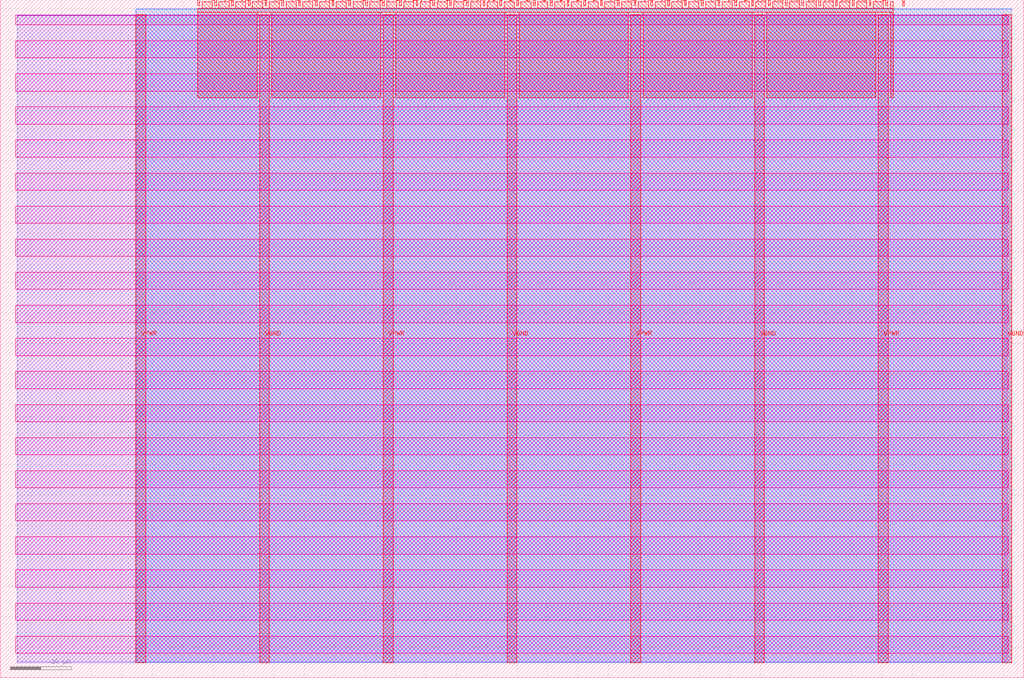
<source format=lef>
VERSION 5.7 ;
  NOWIREEXTENSIONATPIN ON ;
  DIVIDERCHAR "/" ;
  BUSBITCHARS "[]" ;
MACRO tt_um_minipit_stevej
  CLASS BLOCK ;
  FOREIGN tt_um_minipit_stevej ;
  ORIGIN 0.000 0.000 ;
  SIZE 168.360 BY 111.520 ;
  PIN VGND
    DIRECTION INOUT ;
    USE GROUND ;
    PORT
      LAYER met4 ;
        RECT 42.670 2.480 44.270 109.040 ;
    END
    PORT
      LAYER met4 ;
        RECT 83.380 2.480 84.980 109.040 ;
    END
    PORT
      LAYER met4 ;
        RECT 124.090 2.480 125.690 109.040 ;
    END
    PORT
      LAYER met4 ;
        RECT 164.800 2.480 166.400 109.040 ;
    END
  END VGND
  PIN VPWR
    DIRECTION INOUT ;
    USE POWER ;
    PORT
      LAYER met4 ;
        RECT 22.315 2.480 23.915 109.040 ;
    END
    PORT
      LAYER met4 ;
        RECT 63.025 2.480 64.625 109.040 ;
    END
    PORT
      LAYER met4 ;
        RECT 103.735 2.480 105.335 109.040 ;
    END
    PORT
      LAYER met4 ;
        RECT 144.445 2.480 146.045 109.040 ;
    END
  END VPWR
  PIN clk
    DIRECTION INPUT ;
    USE SIGNAL ;
    ANTENNAGATEAREA 0.852000 ;
    PORT
      LAYER met4 ;
        RECT 145.670 110.520 145.970 111.520 ;
    END
  END clk
  PIN ena
    DIRECTION INPUT ;
    USE SIGNAL ;
    PORT
      LAYER met4 ;
        RECT 148.430 110.520 148.730 111.520 ;
    END
  END ena
  PIN rst_n
    DIRECTION INPUT ;
    USE SIGNAL ;
    ANTENNAGATEAREA 0.159000 ;
    PORT
      LAYER met4 ;
        RECT 142.910 110.520 143.210 111.520 ;
    END
  END rst_n
  PIN ui_in[0]
    DIRECTION INPUT ;
    USE SIGNAL ;
    ANTENNAGATEAREA 0.196500 ;
    PORT
      LAYER met4 ;
        RECT 140.150 110.520 140.450 111.520 ;
    END
  END ui_in[0]
  PIN ui_in[1]
    DIRECTION INPUT ;
    USE SIGNAL ;
    ANTENNAGATEAREA 0.196500 ;
    PORT
      LAYER met4 ;
        RECT 137.390 110.520 137.690 111.520 ;
    END
  END ui_in[1]
  PIN ui_in[2]
    DIRECTION INPUT ;
    USE SIGNAL ;
    ANTENNAGATEAREA 0.196500 ;
    PORT
      LAYER met4 ;
        RECT 134.630 110.520 134.930 111.520 ;
    END
  END ui_in[2]
  PIN ui_in[3]
    DIRECTION INPUT ;
    USE SIGNAL ;
    ANTENNAGATEAREA 0.196500 ;
    PORT
      LAYER met4 ;
        RECT 131.870 110.520 132.170 111.520 ;
    END
  END ui_in[3]
  PIN ui_in[4]
    DIRECTION INPUT ;
    USE SIGNAL ;
    ANTENNAGATEAREA 0.196500 ;
    PORT
      LAYER met4 ;
        RECT 129.110 110.520 129.410 111.520 ;
    END
  END ui_in[4]
  PIN ui_in[5]
    DIRECTION INPUT ;
    USE SIGNAL ;
    ANTENNAGATEAREA 0.196500 ;
    PORT
      LAYER met4 ;
        RECT 126.350 110.520 126.650 111.520 ;
    END
  END ui_in[5]
  PIN ui_in[6]
    DIRECTION INPUT ;
    USE SIGNAL ;
    ANTENNAGATEAREA 0.196500 ;
    PORT
      LAYER met4 ;
        RECT 123.590 110.520 123.890 111.520 ;
    END
  END ui_in[6]
  PIN ui_in[7]
    DIRECTION INPUT ;
    USE SIGNAL ;
    ANTENNAGATEAREA 0.196500 ;
    PORT
      LAYER met4 ;
        RECT 120.830 110.520 121.130 111.520 ;
    END
  END ui_in[7]
  PIN uio_in[0]
    DIRECTION INPUT ;
    USE SIGNAL ;
    PORT
      LAYER met4 ;
        RECT 118.070 110.520 118.370 111.520 ;
    END
  END uio_in[0]
  PIN uio_in[1]
    DIRECTION INPUT ;
    USE SIGNAL ;
    PORT
      LAYER met4 ;
        RECT 115.310 110.520 115.610 111.520 ;
    END
  END uio_in[1]
  PIN uio_in[2]
    DIRECTION INPUT ;
    USE SIGNAL ;
    PORT
      LAYER met4 ;
        RECT 112.550 110.520 112.850 111.520 ;
    END
  END uio_in[2]
  PIN uio_in[3]
    DIRECTION INPUT ;
    USE SIGNAL ;
    PORT
      LAYER met4 ;
        RECT 109.790 110.520 110.090 111.520 ;
    END
  END uio_in[3]
  PIN uio_in[4]
    DIRECTION INPUT ;
    USE SIGNAL ;
    PORT
      LAYER met4 ;
        RECT 107.030 110.520 107.330 111.520 ;
    END
  END uio_in[4]
  PIN uio_in[5]
    DIRECTION INPUT ;
    USE SIGNAL ;
    ANTENNAGATEAREA 0.196500 ;
    PORT
      LAYER met4 ;
        RECT 104.270 110.520 104.570 111.520 ;
    END
  END uio_in[5]
  PIN uio_in[6]
    DIRECTION INPUT ;
    USE SIGNAL ;
    ANTENNAGATEAREA 0.196500 ;
    PORT
      LAYER met4 ;
        RECT 101.510 110.520 101.810 111.520 ;
    END
  END uio_in[6]
  PIN uio_in[7]
    DIRECTION INPUT ;
    USE SIGNAL ;
    ANTENNAGATEAREA 0.196500 ;
    PORT
      LAYER met4 ;
        RECT 98.750 110.520 99.050 111.520 ;
    END
  END uio_in[7]
  PIN uio_oe[0]
    DIRECTION OUTPUT TRISTATE ;
    USE SIGNAL ;
    PORT
      LAYER met4 ;
        RECT 51.830 110.520 52.130 111.520 ;
    END
  END uio_oe[0]
  PIN uio_oe[1]
    DIRECTION OUTPUT TRISTATE ;
    USE SIGNAL ;
    PORT
      LAYER met4 ;
        RECT 49.070 110.520 49.370 111.520 ;
    END
  END uio_oe[1]
  PIN uio_oe[2]
    DIRECTION OUTPUT TRISTATE ;
    USE SIGNAL ;
    PORT
      LAYER met4 ;
        RECT 46.310 110.520 46.610 111.520 ;
    END
  END uio_oe[2]
  PIN uio_oe[3]
    DIRECTION OUTPUT TRISTATE ;
    USE SIGNAL ;
    PORT
      LAYER met4 ;
        RECT 43.550 110.520 43.850 111.520 ;
    END
  END uio_oe[3]
  PIN uio_oe[4]
    DIRECTION OUTPUT TRISTATE ;
    USE SIGNAL ;
    PORT
      LAYER met4 ;
        RECT 40.790 110.520 41.090 111.520 ;
    END
  END uio_oe[4]
  PIN uio_oe[5]
    DIRECTION OUTPUT TRISTATE ;
    USE SIGNAL ;
    PORT
      LAYER met4 ;
        RECT 38.030 110.520 38.330 111.520 ;
    END
  END uio_oe[5]
  PIN uio_oe[6]
    DIRECTION OUTPUT TRISTATE ;
    USE SIGNAL ;
    PORT
      LAYER met4 ;
        RECT 35.270 110.520 35.570 111.520 ;
    END
  END uio_oe[6]
  PIN uio_oe[7]
    DIRECTION OUTPUT TRISTATE ;
    USE SIGNAL ;
    PORT
      LAYER met4 ;
        RECT 32.510 110.520 32.810 111.520 ;
    END
  END uio_oe[7]
  PIN uio_out[0]
    DIRECTION OUTPUT TRISTATE ;
    USE SIGNAL ;
    ANTENNADIFFAREA 0.445500 ;
    PORT
      LAYER met4 ;
        RECT 73.910 110.520 74.210 111.520 ;
    END
  END uio_out[0]
  PIN uio_out[1]
    DIRECTION OUTPUT TRISTATE ;
    USE SIGNAL ;
    PORT
      LAYER met4 ;
        RECT 71.150 110.520 71.450 111.520 ;
    END
  END uio_out[1]
  PIN uio_out[2]
    DIRECTION OUTPUT TRISTATE ;
    USE SIGNAL ;
    PORT
      LAYER met4 ;
        RECT 68.390 110.520 68.690 111.520 ;
    END
  END uio_out[2]
  PIN uio_out[3]
    DIRECTION OUTPUT TRISTATE ;
    USE SIGNAL ;
    PORT
      LAYER met4 ;
        RECT 65.630 110.520 65.930 111.520 ;
    END
  END uio_out[3]
  PIN uio_out[4]
    DIRECTION OUTPUT TRISTATE ;
    USE SIGNAL ;
    PORT
      LAYER met4 ;
        RECT 62.870 110.520 63.170 111.520 ;
    END
  END uio_out[4]
  PIN uio_out[5]
    DIRECTION OUTPUT TRISTATE ;
    USE SIGNAL ;
    PORT
      LAYER met4 ;
        RECT 60.110 110.520 60.410 111.520 ;
    END
  END uio_out[5]
  PIN uio_out[6]
    DIRECTION OUTPUT TRISTATE ;
    USE SIGNAL ;
    PORT
      LAYER met4 ;
        RECT 57.350 110.520 57.650 111.520 ;
    END
  END uio_out[6]
  PIN uio_out[7]
    DIRECTION OUTPUT TRISTATE ;
    USE SIGNAL ;
    PORT
      LAYER met4 ;
        RECT 54.590 110.520 54.890 111.520 ;
    END
  END uio_out[7]
  PIN uo_out[0]
    DIRECTION OUTPUT TRISTATE ;
    USE SIGNAL ;
    PORT
      LAYER met4 ;
        RECT 95.990 110.520 96.290 111.520 ;
    END
  END uo_out[0]
  PIN uo_out[1]
    DIRECTION OUTPUT TRISTATE ;
    USE SIGNAL ;
    PORT
      LAYER met4 ;
        RECT 93.230 110.520 93.530 111.520 ;
    END
  END uo_out[1]
  PIN uo_out[2]
    DIRECTION OUTPUT TRISTATE ;
    USE SIGNAL ;
    PORT
      LAYER met4 ;
        RECT 90.470 110.520 90.770 111.520 ;
    END
  END uo_out[2]
  PIN uo_out[3]
    DIRECTION OUTPUT TRISTATE ;
    USE SIGNAL ;
    ANTENNADIFFAREA 0.795200 ;
    PORT
      LAYER met4 ;
        RECT 87.710 110.520 88.010 111.520 ;
    END
  END uo_out[3]
  PIN uo_out[4]
    DIRECTION OUTPUT TRISTATE ;
    USE SIGNAL ;
    PORT
      LAYER met4 ;
        RECT 84.950 110.520 85.250 111.520 ;
    END
  END uo_out[4]
  PIN uo_out[5]
    DIRECTION OUTPUT TRISTATE ;
    USE SIGNAL ;
    PORT
      LAYER met4 ;
        RECT 82.190 110.520 82.490 111.520 ;
    END
  END uo_out[5]
  PIN uo_out[6]
    DIRECTION OUTPUT TRISTATE ;
    USE SIGNAL ;
    ANTENNADIFFAREA 0.445500 ;
    PORT
      LAYER met4 ;
        RECT 79.430 110.520 79.730 111.520 ;
    END
  END uo_out[6]
  PIN uo_out[7]
    DIRECTION OUTPUT TRISTATE ;
    USE SIGNAL ;
    ANTENNADIFFAREA 0.445500 ;
    PORT
      LAYER met4 ;
        RECT 76.670 110.520 76.970 111.520 ;
    END
  END uo_out[7]
  OBS
      LAYER nwell ;
        RECT 2.570 107.385 165.790 108.990 ;
        RECT 2.570 101.945 165.790 104.775 ;
        RECT 2.570 96.505 165.790 99.335 ;
        RECT 2.570 91.065 165.790 93.895 ;
        RECT 2.570 85.625 165.790 88.455 ;
        RECT 2.570 80.185 165.790 83.015 ;
        RECT 2.570 74.745 165.790 77.575 ;
        RECT 2.570 69.305 165.790 72.135 ;
        RECT 2.570 63.865 165.790 66.695 ;
        RECT 2.570 58.425 165.790 61.255 ;
        RECT 2.570 52.985 165.790 55.815 ;
        RECT 2.570 47.545 165.790 50.375 ;
        RECT 2.570 42.105 165.790 44.935 ;
        RECT 2.570 36.665 165.790 39.495 ;
        RECT 2.570 31.225 165.790 34.055 ;
        RECT 2.570 25.785 165.790 28.615 ;
        RECT 2.570 20.345 165.790 23.175 ;
        RECT 2.570 14.905 165.790 17.735 ;
        RECT 2.570 9.465 165.790 12.295 ;
        RECT 2.570 4.025 165.790 6.855 ;
      LAYER li1 ;
        RECT 2.760 2.635 165.600 108.885 ;
      LAYER met1 ;
        RECT 2.760 2.480 166.400 109.040 ;
      LAYER met2 ;
        RECT 22.345 2.535 166.370 110.005 ;
      LAYER met3 ;
        RECT 22.325 2.555 166.390 109.985 ;
      LAYER met4 ;
        RECT 33.210 110.120 34.870 111.170 ;
        RECT 35.970 110.120 37.630 111.170 ;
        RECT 38.730 110.120 40.390 111.170 ;
        RECT 41.490 110.120 43.150 111.170 ;
        RECT 44.250 110.120 45.910 111.170 ;
        RECT 47.010 110.120 48.670 111.170 ;
        RECT 49.770 110.120 51.430 111.170 ;
        RECT 52.530 110.120 54.190 111.170 ;
        RECT 55.290 110.120 56.950 111.170 ;
        RECT 58.050 110.120 59.710 111.170 ;
        RECT 60.810 110.120 62.470 111.170 ;
        RECT 63.570 110.120 65.230 111.170 ;
        RECT 66.330 110.120 67.990 111.170 ;
        RECT 69.090 110.120 70.750 111.170 ;
        RECT 71.850 110.120 73.510 111.170 ;
        RECT 74.610 110.120 76.270 111.170 ;
        RECT 77.370 110.120 79.030 111.170 ;
        RECT 80.130 110.120 81.790 111.170 ;
        RECT 82.890 110.120 84.550 111.170 ;
        RECT 85.650 110.120 87.310 111.170 ;
        RECT 88.410 110.120 90.070 111.170 ;
        RECT 91.170 110.120 92.830 111.170 ;
        RECT 93.930 110.120 95.590 111.170 ;
        RECT 96.690 110.120 98.350 111.170 ;
        RECT 99.450 110.120 101.110 111.170 ;
        RECT 102.210 110.120 103.870 111.170 ;
        RECT 104.970 110.120 106.630 111.170 ;
        RECT 107.730 110.120 109.390 111.170 ;
        RECT 110.490 110.120 112.150 111.170 ;
        RECT 113.250 110.120 114.910 111.170 ;
        RECT 116.010 110.120 117.670 111.170 ;
        RECT 118.770 110.120 120.430 111.170 ;
        RECT 121.530 110.120 123.190 111.170 ;
        RECT 124.290 110.120 125.950 111.170 ;
        RECT 127.050 110.120 128.710 111.170 ;
        RECT 129.810 110.120 131.470 111.170 ;
        RECT 132.570 110.120 134.230 111.170 ;
        RECT 135.330 110.120 136.990 111.170 ;
        RECT 138.090 110.120 139.750 111.170 ;
        RECT 140.850 110.120 142.510 111.170 ;
        RECT 143.610 110.120 145.270 111.170 ;
        RECT 146.370 110.120 146.905 111.170 ;
        RECT 32.495 109.440 146.905 110.120 ;
        RECT 32.495 95.375 42.270 109.440 ;
        RECT 44.670 95.375 62.625 109.440 ;
        RECT 65.025 95.375 82.980 109.440 ;
        RECT 85.380 95.375 103.335 109.440 ;
        RECT 105.735 95.375 123.690 109.440 ;
        RECT 126.090 95.375 144.045 109.440 ;
        RECT 146.445 95.375 146.905 109.440 ;
  END
END tt_um_minipit_stevej
END LIBRARY


</source>
